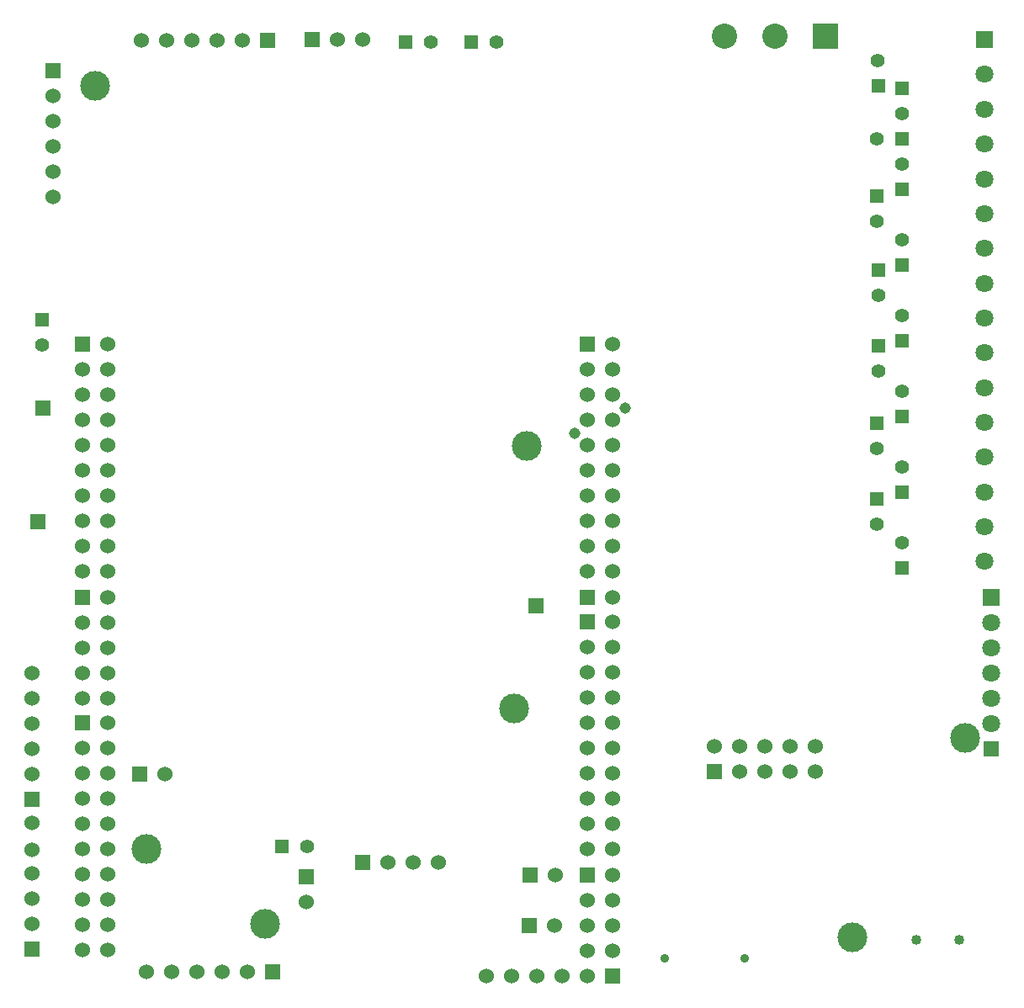
<source format=gbs>
G04 (created by PCBNEW (2013-07-07 BZR 4022)-stable) date 2/1/2014 4:13:07 PM*
%MOIN*%
G04 Gerber Fmt 3.4, Leading zero omitted, Abs format*
%FSLAX34Y34*%
G01*
G70*
G90*
G04 APERTURE LIST*
%ADD10C,0.00590551*%
%ADD11R,0.06X0.06*%
%ADD12C,0.06*%
%ADD13C,0.11811*%
%ADD14R,0.055X0.055*%
%ADD15C,0.055*%
%ADD16C,0.04*%
%ADD17C,0.035*%
%ADD18C,0.0708661*%
%ADD19R,0.0708661X0.0708661*%
%ADD20R,0.1X0.1*%
%ADD21C,0.1*%
%ADD22C,0.045*%
G04 APERTURE END LIST*
G54D10*
G54D11*
X70000Y-71000D03*
G54D12*
X71000Y-71000D03*
X70000Y-72000D03*
X71000Y-72000D03*
X70000Y-73000D03*
X71000Y-73000D03*
X70000Y-74000D03*
X71000Y-74000D03*
G54D11*
X50000Y-60000D03*
G54D12*
X51000Y-60000D03*
X50000Y-61000D03*
X51000Y-61000D03*
X50000Y-62000D03*
X51000Y-62000D03*
X50000Y-63000D03*
X51000Y-63000D03*
X50000Y-64000D03*
X51000Y-64000D03*
G54D11*
X70000Y-60000D03*
G54D12*
X71000Y-60000D03*
G54D11*
X50000Y-64984D03*
G54D12*
X51000Y-64984D03*
X50000Y-65984D03*
X51000Y-65984D03*
X50000Y-66984D03*
X51000Y-66984D03*
X50000Y-67984D03*
X51000Y-67984D03*
X50000Y-68984D03*
X51000Y-68984D03*
X50000Y-69984D03*
X51000Y-69984D03*
X50000Y-70984D03*
X51000Y-70984D03*
X50000Y-71984D03*
X51000Y-71984D03*
X50000Y-72984D03*
X51000Y-72984D03*
X50000Y-73984D03*
X51000Y-73984D03*
G54D11*
X48000Y-73950D03*
G54D12*
X48000Y-72950D03*
X48000Y-71950D03*
X48000Y-70950D03*
X48000Y-70000D03*
X48000Y-68950D03*
G54D11*
X48000Y-68000D03*
G54D12*
X48000Y-67000D03*
X48000Y-66000D03*
X48000Y-65000D03*
X48000Y-64000D03*
X48000Y-63000D03*
G54D11*
X57525Y-74850D03*
G54D12*
X56525Y-74850D03*
X55525Y-74850D03*
X54525Y-74850D03*
X53525Y-74850D03*
X52525Y-74850D03*
G54D11*
X67725Y-71000D03*
G54D12*
X68725Y-71000D03*
G54D11*
X67700Y-73000D03*
G54D12*
X68700Y-73000D03*
G54D11*
X52274Y-67000D03*
G54D12*
X53274Y-67000D03*
G54D11*
X71000Y-75025D03*
G54D12*
X70000Y-75025D03*
X69000Y-75000D03*
X68000Y-75025D03*
X67000Y-75025D03*
X66000Y-75025D03*
G54D11*
X86000Y-66000D03*
G54D13*
X67600Y-54000D03*
X50500Y-39750D03*
X67105Y-64418D03*
G54D11*
X59100Y-37900D03*
G54D12*
X60100Y-37900D03*
X61100Y-37900D03*
G54D11*
X57350Y-37950D03*
G54D12*
X56350Y-37950D03*
X55350Y-37950D03*
X54350Y-37950D03*
X53350Y-37950D03*
X52350Y-37950D03*
G54D11*
X48225Y-57000D03*
X48450Y-52500D03*
X48825Y-39150D03*
G54D12*
X48825Y-40150D03*
X48825Y-41150D03*
X48825Y-42150D03*
X48825Y-43150D03*
X48825Y-44150D03*
G54D14*
X48400Y-49000D03*
G54D15*
X48400Y-50000D03*
G54D14*
X62800Y-38000D03*
G54D15*
X63800Y-38000D03*
G54D14*
X65400Y-38000D03*
G54D15*
X66400Y-38000D03*
G54D11*
X50000Y-49984D03*
G54D12*
X51000Y-49984D03*
X50000Y-50984D03*
X51000Y-50984D03*
X50000Y-51984D03*
X51000Y-51984D03*
X50000Y-52984D03*
X51000Y-52984D03*
X50000Y-53984D03*
X51000Y-53984D03*
X50000Y-54984D03*
X51000Y-54984D03*
X50000Y-55984D03*
X51000Y-55984D03*
X50000Y-56984D03*
X51000Y-56984D03*
X50000Y-57984D03*
X51000Y-57984D03*
X50000Y-58984D03*
X51000Y-58984D03*
G54D11*
X70000Y-60984D03*
G54D12*
X71000Y-60984D03*
X70000Y-61984D03*
X71000Y-61984D03*
X70000Y-62984D03*
X71000Y-62984D03*
X70000Y-63984D03*
X71000Y-63984D03*
X70000Y-64984D03*
X71000Y-64984D03*
X70000Y-65984D03*
X71000Y-65984D03*
X70000Y-66984D03*
X71000Y-66984D03*
X70000Y-67984D03*
X71000Y-67984D03*
X70000Y-68984D03*
X71000Y-68984D03*
X70000Y-69984D03*
X71000Y-69984D03*
G54D11*
X75050Y-66918D03*
G54D12*
X75050Y-65918D03*
X76050Y-66918D03*
X76050Y-65918D03*
X77050Y-66918D03*
X77050Y-65918D03*
X78050Y-66918D03*
X78050Y-65918D03*
X79050Y-66918D03*
X79050Y-65918D03*
G54D11*
X67969Y-60344D03*
G54D16*
X83050Y-73568D03*
X84750Y-73568D03*
G54D17*
X73076Y-74309D03*
X76225Y-74309D03*
G54D13*
X80500Y-73492D03*
X84974Y-65568D03*
G54D11*
X61110Y-70494D03*
G54D12*
X62110Y-70494D03*
X63110Y-70494D03*
X64110Y-70494D03*
G54D11*
X58869Y-71062D03*
G54D12*
X58869Y-72062D03*
G54D14*
X57894Y-69887D03*
G54D15*
X58894Y-69887D03*
G54D13*
X52518Y-69987D03*
X57244Y-72937D03*
G54D18*
X85750Y-58584D03*
X85750Y-57206D03*
G54D19*
X85750Y-37915D03*
G54D18*
X85750Y-39293D03*
X85750Y-40671D03*
X85750Y-42049D03*
X85750Y-43427D03*
X85750Y-44805D03*
X85750Y-46183D03*
X85750Y-47561D03*
X85750Y-48938D03*
X85750Y-50316D03*
X85750Y-51694D03*
X85750Y-53072D03*
X85750Y-54450D03*
X85750Y-55828D03*
G54D11*
X70000Y-49984D03*
G54D12*
X71000Y-49984D03*
X70000Y-50984D03*
X71000Y-50984D03*
X70000Y-51984D03*
X71000Y-51984D03*
X70000Y-52984D03*
X71000Y-52984D03*
X70000Y-53984D03*
X71000Y-53984D03*
X70000Y-54984D03*
X71000Y-54984D03*
X70000Y-55984D03*
X71000Y-55984D03*
X70000Y-56984D03*
X71000Y-56984D03*
X70000Y-57984D03*
X71000Y-57984D03*
X70000Y-58984D03*
X71000Y-58984D03*
G54D14*
X81474Y-53100D03*
G54D15*
X81474Y-54100D03*
G54D14*
X81474Y-44100D03*
G54D15*
X81474Y-45100D03*
G54D14*
X82474Y-52850D03*
G54D15*
X82474Y-51850D03*
G54D14*
X82474Y-43850D03*
G54D15*
X82474Y-42850D03*
G54D14*
X81525Y-50050D03*
G54D15*
X81525Y-51050D03*
G54D14*
X82474Y-39850D03*
G54D15*
X82474Y-40850D03*
G54D20*
X79425Y-37775D03*
G54D21*
X77425Y-37775D03*
X75425Y-37775D03*
G54D14*
X82474Y-46850D03*
G54D15*
X82474Y-45850D03*
G54D14*
X82474Y-55850D03*
G54D15*
X82474Y-54850D03*
G54D14*
X81525Y-47050D03*
G54D15*
X81525Y-48050D03*
G54D14*
X81474Y-56100D03*
G54D15*
X81474Y-57100D03*
G54D14*
X82474Y-49850D03*
G54D15*
X82474Y-48850D03*
G54D14*
X82474Y-58850D03*
G54D15*
X82474Y-57850D03*
G54D14*
X81525Y-39750D03*
G54D15*
X81500Y-38750D03*
G54D14*
X82474Y-41850D03*
G54D15*
X81474Y-41850D03*
G54D22*
X69500Y-53500D03*
X71500Y-52500D03*
G54D19*
X86000Y-60000D03*
G54D18*
X86000Y-61000D03*
X86000Y-62000D03*
X86000Y-63000D03*
X86000Y-64000D03*
X86000Y-65000D03*
M02*

</source>
